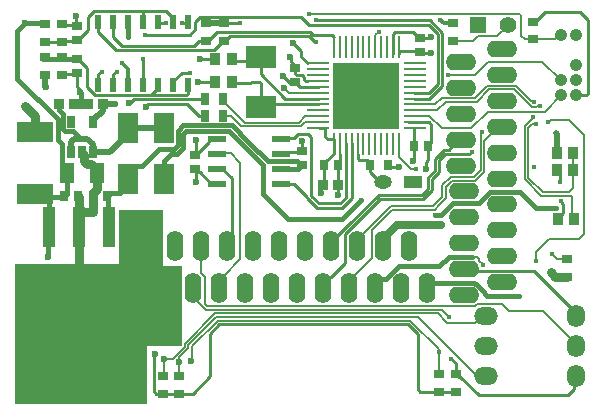
<source format=gbl>
G04*
G04 #@! TF.GenerationSoftware,Altium Limited,Altium Designer,21.1.1 (26)*
G04*
G04 Layer_Physical_Order=4*
G04 Layer_Color=16711680*
%FSLAX25Y25*%
%MOIN*%
G70*
G04*
G04 #@! TF.SameCoordinates,D6B6CD0C-24BE-41C4-A853-45D6888EAD6D*
G04*
G04*
G04 #@! TF.FilePolarity,Positive*
G04*
G01*
G75*
%ADD10C,0.00984*%
%ADD11C,0.01000*%
%ADD12C,0.00787*%
%ADD13C,0.00600*%
%ADD38C,0.01500*%
%ADD39C,0.00800*%
%ADD40C,0.03000*%
%ADD41C,0.01200*%
%ADD42C,0.00898*%
%ADD43C,0.02500*%
%ADD44C,0.02000*%
%ADD45R,0.05512X0.05512*%
%ADD46C,0.05512*%
%ADD47O,0.05512X0.10236*%
%ADD48O,0.10236X0.05512*%
%ADD49R,0.06000X0.04400*%
%ADD50O,0.06000X0.04400*%
%ADD51O,0.06000X0.07500*%
%ADD52O,0.07874X0.05906*%
%ADD53C,0.04134*%
%ADD54C,0.01772*%
%ADD55C,0.03937*%
%ADD56C,0.02362*%
%ADD57C,0.01968*%
%ADD71O,0.00984X0.07874*%
%ADD72O,0.07874X0.00984*%
%ADD73R,0.22047X0.22047*%
%ADD74R,0.03543X0.02559*%
%ADD75R,0.03543X0.04134*%
%ADD76R,0.03150X0.03937*%
%ADD77R,0.10236X0.07480*%
%ADD78R,0.03543X0.02953*%
%ADD79R,0.06102X0.02362*%
%ADD80R,0.02284X0.04646*%
%ADD81R,0.03740X0.04134*%
%ADD82R,0.02953X0.03543*%
%ADD83R,0.02559X0.03543*%
%ADD84R,0.03174X0.03379*%
%ADD85R,0.06890X0.10433*%
%ADD86R,0.12402X0.07008*%
%ADD87R,0.02598X0.03937*%
%ADD88R,0.42126X0.33858*%
%ADD89R,0.03937X0.13386*%
%ADD90R,0.04545X0.06717*%
%ADD91C,0.00819*%
%ADD92C,0.00700*%
%ADD93R,0.21700X0.26600*%
%ADD94R,0.14500X0.38300*%
%ADD95R,0.44100X0.46500*%
D10*
X335400Y224379D02*
Y242982D01*
X269341Y246065D02*
X332317D01*
X335400Y242982D01*
X251999Y222847D02*
X255999D01*
X342599Y223500D02*
X348024D01*
X336279D02*
X342599D01*
X255999Y222847D02*
X260399D01*
X266300Y243023D02*
X269341Y246065D01*
X266300Y228748D02*
Y243023D01*
X260399Y222847D02*
X266300Y228748D01*
X335400Y224379D02*
X336279Y223500D01*
X247400Y235450D02*
X247800Y235850D01*
Y236083D01*
X247400Y223726D02*
Y235450D01*
Y223726D02*
X248279Y222847D01*
X250599D01*
D11*
X265919Y306986D02*
Y307319D01*
X266600Y308000D02*
X268470D01*
X261395Y302462D02*
X265919Y306986D01*
Y307319D02*
X266600Y308000D01*
X261100Y302462D02*
X261395D01*
X296600Y335329D02*
Y337119D01*
Y335329D02*
X298772Y333157D01*
X295782Y337937D02*
X296600Y337119D01*
X295286Y329114D02*
X296845D01*
X294700Y329700D02*
X295286Y329114D01*
X294700Y329700D02*
Y331462D01*
X297372Y327838D02*
Y328587D01*
X296845Y329114D02*
X297372Y328587D01*
Y327838D02*
X297957Y327252D01*
X298772D01*
X300544Y342614D02*
X306918D01*
X307504Y341890D02*
Y342028D01*
X306918Y342614D02*
X307504Y342028D01*
X338781Y305419D02*
X339839Y306476D01*
X338069Y300304D02*
X338781Y301016D01*
Y305419D01*
X338069Y297835D02*
Y300304D01*
X377802Y350262D02*
X389486D01*
X374493Y346953D02*
X377802Y350262D01*
X389486D02*
X392100Y347648D01*
X374001Y346953D02*
X374493D01*
X374196Y263914D02*
X389168Y248942D01*
X309587Y286400D02*
X311452Y288265D01*
Y297684D01*
X302500Y286400D02*
X309587D01*
X310167Y285000D02*
X313500Y288333D01*
Y302200D01*
X301920Y285000D02*
X310167D01*
X334069Y300469D02*
Y305431D01*
X334138Y311496D02*
X334146Y311504D01*
X334000Y300400D02*
X334069Y300469D01*
Y305431D02*
X334138Y305500D01*
X338069Y297835D02*
X338069Y297835D01*
X334146Y311504D02*
X334177D01*
X349835Y264394D02*
X350314Y263914D01*
X374196D01*
X389168Y247885D02*
Y248942D01*
X313409Y302291D02*
Y306484D01*
Y302291D02*
X313500Y302200D01*
X299321Y345800D02*
X339295D01*
X296489Y348632D02*
X299321Y345800D01*
X301609Y347686D02*
X339389D01*
X339295Y345800D02*
X342300Y342795D01*
X339389Y347686D02*
X343700Y343375D01*
X327775Y343600D02*
X333767D01*
X334828Y342539D01*
Y342034D02*
Y342539D01*
X327189Y336110D02*
Y343014D01*
X327775Y343600D01*
X334828Y342034D02*
X335000Y341862D01*
X343700Y325700D02*
Y343375D01*
X339315Y323315D02*
X342300Y326300D01*
X339347Y321346D02*
X343700Y325700D01*
X342300Y326300D02*
Y342795D01*
X336219Y341681D02*
X339800D01*
X336319Y336619D02*
X339700D01*
X339919Y336400D01*
X339800Y341681D02*
X339919Y341800D01*
X392100Y328900D02*
Y347648D01*
Y328900D02*
X392200Y328800D01*
X388300Y322400D02*
X391614D01*
X392200Y322986D01*
Y328800D01*
X307504Y302933D02*
Y307756D01*
X304138Y293603D02*
Y299795D01*
X309000Y289100D02*
Y292365D01*
X308965Y292400D02*
X309000Y292365D01*
X308965Y293500D02*
Y299500D01*
X308862D02*
X309472Y300110D01*
Y302772D01*
X315964Y300772D02*
X318468D01*
X319247Y299993D02*
X319547D01*
X318468Y300772D02*
X319247Y299993D01*
X315378Y301358D02*
Y302772D01*
X319547Y296953D02*
Y299993D01*
X315378Y301358D02*
X315964Y300772D01*
X325553Y299101D02*
X326025Y298628D01*
X329228D01*
X339128Y313472D02*
X339966Y312634D01*
Y307358D02*
Y312634D01*
X332110Y313472D02*
X339128D01*
X290500Y328800D02*
X292741Y326559D01*
X294826D02*
X296101Y325284D01*
X292741Y326559D02*
X294226D01*
X283300Y329400D02*
Y335365D01*
X291354Y321346D02*
X302484D01*
X283300Y329400D02*
X291354Y321346D01*
X293058Y333519D02*
X295055Y331522D01*
X339839Y307230D02*
X339966Y307358D01*
X339839Y306476D02*
Y307230D01*
X319547Y296953D02*
X323000Y293500D01*
X324000D01*
X348099Y229769D02*
Y233201D01*
X348539Y229506D02*
Y229769D01*
Y229506D02*
X349371Y228673D01*
X349635D02*
X355708Y222600D01*
X385657D01*
X348099Y229453D02*
Y229769D01*
X349371Y228673D02*
X349635D01*
X383274Y286905D02*
Y287114D01*
Y286905D02*
X384000Y286179D01*
Y283253D02*
Y286179D01*
X382000Y297400D02*
X382866Y296534D01*
Y293686D02*
Y296534D01*
X382142Y281395D02*
X384000Y283253D01*
X382142Y281100D02*
Y281395D01*
X385657Y222600D02*
X387652Y224595D01*
Y226177D02*
X388117Y226641D01*
X387652Y224595D02*
Y226177D01*
X346600Y234700D02*
X348099Y233201D01*
X262856Y348632D02*
X296489D01*
X261218Y346994D02*
X262856Y348632D01*
X261218Y344453D02*
Y346994D01*
X259432Y342667D02*
X261218Y344453D01*
X244524Y342667D02*
X259432D01*
X257000Y346686D02*
X258713D01*
X259000Y346972D01*
X249287Y346686D02*
X251472D01*
X249000Y346972D02*
X249287Y346686D01*
X271027Y346426D02*
X276274D01*
X276300Y346400D01*
X244900Y318500D02*
X245161Y318761D01*
Y319575D02*
X245286Y319700D01*
X245161Y318761D02*
Y319575D01*
X239569Y319900D02*
X240769Y321100D01*
X239200Y319900D02*
X239569D01*
X245286Y319700D02*
X258600D01*
X240769Y321100D02*
X264647D01*
X262700Y315600D02*
X264647D01*
X258600Y319700D02*
X262700Y315600D01*
X234000Y329423D02*
X234942Y330365D01*
X234000Y326028D02*
Y329423D01*
X234942Y330365D02*
X235100D01*
X221500Y345835D02*
Y349000D01*
Y345835D02*
X221796Y345539D01*
X229942Y330365D02*
X230100D01*
X229000Y329423D02*
X229942Y330365D01*
X229000Y326028D02*
Y329423D01*
X227790Y322500D02*
X246654D01*
X225143Y325148D02*
X227790Y322500D01*
X282714Y326900D02*
X283300Y326314D01*
X280114Y326900D02*
X282714D01*
X279600Y326386D02*
X280114Y326900D01*
X283300Y318435D02*
Y326314D01*
X274168Y326386D02*
X279600D01*
X273654Y326900D02*
X274168Y326386D01*
X283300Y318435D02*
X284243Y319378D01*
X302484D01*
X297000Y303962D02*
Y307319D01*
X296469Y303431D02*
X297000Y303962D01*
X298914Y309500D02*
X300000Y308414D01*
X295426Y309500D02*
X298914D01*
X294081Y308155D02*
X295426Y309500D01*
X304535Y311504D02*
X304543Y311496D01*
X305437Y307764D02*
X307496D01*
X307504Y307756D01*
X304543Y308658D02*
X305437Y307764D01*
X304543Y308658D02*
Y311496D01*
X302484Y311504D02*
X304535D01*
X289730Y308000D02*
X289885Y308155D01*
X294081D01*
X300000Y288900D02*
Y308414D01*
X290161Y303431D02*
X296469D01*
X289730Y303000D02*
X290161Y303431D01*
X294181Y293000D02*
X298600Y288581D01*
X289730Y293000D02*
X294181D01*
X268470Y298000D02*
X270340D01*
X273517Y294823D01*
Y273643D02*
Y294823D01*
X261100Y302462D02*
X261500Y302862D01*
Y307500D01*
X261600Y297238D02*
X262076Y296761D01*
X261100Y297738D02*
X261600Y297238D01*
Y293500D02*
Y297238D01*
X262839Y296761D02*
X266600Y293000D01*
X268470D01*
X262076Y296761D02*
X262839D01*
X273600Y333900D02*
X281835D01*
X283300Y335365D01*
X256728Y329937D02*
X259602D01*
X254000Y327209D02*
X256728Y329937D01*
X259602D02*
X259614Y329925D01*
X229000Y343500D02*
X234900Y337600D01*
X260980Y339000D02*
X262527Y340547D01*
X234000Y342000D02*
X237000Y339000D01*
X267561Y337600D02*
X270509Y340547D01*
X234900Y337600D02*
X267561D01*
X237000Y339000D02*
X260980D01*
X262527Y340547D02*
X265001D01*
X299079Y342100D02*
X301131Y340047D01*
X301500D01*
X293058Y333519D02*
Y335142D01*
X293000Y335200D02*
X293058Y335142D01*
X296101Y325284D02*
X302484D01*
X334138Y305500D02*
Y311496D01*
X303092Y291457D02*
X304138Y292503D01*
X303092Y289931D02*
Y291457D01*
X298600Y288320D02*
X301920Y285000D01*
X298600Y288320D02*
Y288581D01*
X300000Y288900D02*
X302500Y286400D01*
X336100Y341562D02*
X336219Y341681D01*
X336100Y336838D02*
X336319Y336619D01*
X329157Y337130D02*
X329165Y337138D01*
X329157Y336110D02*
Y337130D01*
X329165Y337138D02*
X335000D01*
X311441Y297695D02*
Y306484D01*
Y297695D02*
X311452Y297684D01*
X305343Y300772D02*
X307504Y302933D01*
X305114Y300772D02*
X305343D01*
X304138Y299795D02*
X305114Y300772D01*
X295782Y337937D02*
X295782D01*
X293800Y339919D02*
X295782Y337937D01*
X270509Y340547D02*
X271493D01*
X299658Y343500D02*
X300544Y342614D01*
X272858Y342100D02*
X299079D01*
X272272Y341514D02*
X272858Y342100D01*
X272272Y341327D02*
Y341514D01*
X268445Y343500D02*
X299658D01*
X271493Y340547D02*
X272272Y341327D01*
X265445Y340500D02*
X268445Y343500D01*
X254000Y326028D02*
Y327209D01*
X267846Y334400D02*
X267946Y334500D01*
X263000Y334400D02*
X267846D01*
Y327000D02*
X267946Y326900D01*
X262300Y327000D02*
X267846D01*
X225143Y325148D02*
Y331550D01*
X222180Y334513D02*
X225143Y331550D01*
X221784Y325216D02*
Y329788D01*
Y325216D02*
X223158Y323842D01*
X246654Y322500D02*
X258414D01*
X259000Y323086D02*
Y326028D01*
X246654Y322500D02*
X249000Y324847D01*
X258414Y322500D02*
X259000Y323086D01*
X221476Y345859D02*
X221500Y345835D01*
X244000Y326028D02*
Y334531D01*
X234000Y342000D02*
Y346972D01*
X229000Y343500D02*
Y346972D01*
X334177Y323315D02*
X339315D01*
X334177Y321346D02*
X339347D01*
X249000Y324847D02*
Y326028D01*
X222079Y334613D02*
X222180Y334513D01*
X221784Y334613D02*
X222079D01*
X243414Y350500D02*
X251654D01*
X227586D02*
X243414D01*
X254000Y346972D02*
Y348153D01*
X251654Y350500D02*
X254000Y348153D01*
X221796Y340518D02*
X222091D01*
X244000Y346972D02*
Y349914D01*
X243414Y350500D02*
X244000Y349914D01*
X225500Y348414D02*
X227586Y350500D01*
X225500Y344273D02*
Y348414D01*
X221796Y340864D02*
X222091D01*
X225500Y344273D01*
X211290Y340222D02*
X211316Y340248D01*
X254000Y345791D02*
Y346972D01*
X217182Y329593D02*
X221489D01*
X221784Y329889D01*
X216887Y329298D02*
X217182Y329593D01*
X222052Y320689D02*
X223123D01*
X220965Y319603D02*
X222052Y320689D01*
X220965Y319500D02*
Y319603D01*
X216886Y346179D02*
X217206Y345859D01*
X221476D01*
X211316Y340248D02*
X216616D01*
X216912Y340544D02*
X221526D01*
X221796Y340814D01*
X216616Y340248D02*
X216912Y340544D01*
X222091Y340518D02*
X222387Y340222D01*
D12*
X355100Y268700D02*
X355898Y267902D01*
Y267368D02*
Y267902D01*
Y267368D02*
X357200Y266066D01*
Y265800D02*
Y266066D01*
X342411Y237089D02*
X342599Y236901D01*
X332850Y247350D02*
X342411Y237789D01*
X268809Y247350D02*
X332850D01*
X342411Y237089D02*
Y237789D01*
X342599Y229453D02*
Y236901D01*
X260261Y234151D02*
Y238802D01*
X268809Y247350D01*
X268317Y248538D02*
X335521D01*
X258981Y239202D02*
X268317Y248538D01*
X258981Y238079D02*
Y239202D01*
X256037Y233580D02*
Y235136D01*
X258981Y238079D01*
X257794Y239694D02*
X267825Y249725D01*
X251036Y234500D02*
X253723D01*
X267825Y249725D02*
X342075D01*
X257794Y238571D02*
Y239694D01*
X253723Y234500D02*
X257794Y238571D01*
X335521Y248538D02*
X357405Y226653D01*
X342075Y249725D02*
X345300Y246500D01*
X343401Y250913D02*
X345828Y248485D01*
X260524Y255187D02*
X264798Y250913D01*
X343401D01*
X354522Y252100D02*
X355281Y252859D01*
X264500Y252924D02*
X265324Y252100D01*
X354522D01*
X264500Y252924D02*
Y261843D01*
X263280Y263064D02*
X264500Y261843D01*
X260524Y255187D02*
Y258287D01*
X355281Y252859D02*
X363441D01*
X345300Y246500D02*
X354562D01*
X357067Y249006D02*
X358234D01*
X354562Y246500D02*
X357067Y249006D01*
X255857Y233400D02*
X256037Y233580D01*
X255857Y228895D02*
Y233400D01*
X345828Y248485D02*
X345982D01*
X353500Y268700D02*
X355100D01*
X363441Y252859D02*
X365794Y250506D01*
X377194D01*
X388102Y239598D01*
X260000Y233891D02*
X260261Y234151D01*
X357405Y226653D02*
X359069D01*
X263280Y263064D02*
Y272067D01*
X255857Y228895D02*
X255999Y228753D01*
X250599D02*
X251036Y229190D01*
Y234500D01*
D13*
X321284Y336110D02*
X321318Y336145D01*
Y342632D02*
X322386Y343700D01*
X322600D01*
X321318Y336145D02*
Y342632D01*
X221850Y242750D02*
X223050D01*
X237800Y242800D02*
X246150Y251150D01*
Y252200D01*
X220700Y243900D02*
Y245200D01*
Y243900D02*
X221850Y242750D01*
X355491Y342144D02*
X361944D01*
X353895Y340547D02*
X355491Y342144D01*
X361944D02*
X365400Y345600D01*
X347299Y340547D02*
X353895D01*
X370000Y342300D02*
X371253Y341047D01*
X374001D01*
X243250Y265250D02*
X244350D01*
X244800Y265700D01*
Y279468D01*
X245524Y280192D01*
X381947Y267853D02*
X385299D01*
X380300Y269500D02*
X381947Y267853D01*
D38*
X272647Y310581D02*
X284000Y299229D01*
X258174Y310581D02*
X272647D01*
X284000Y289479D02*
Y299229D01*
X343200Y282400D02*
X347272Y286472D01*
X341364Y282400D02*
X343200D01*
X347272Y286472D02*
X355972D01*
X310147Y281300D02*
X316500Y287653D01*
X316500D01*
X292179Y281300D02*
X310147D01*
X355972Y286472D02*
X359700Y290200D01*
X358700Y255500D02*
X369200D01*
X357103Y257097D02*
Y257350D01*
X340053Y259863D02*
X354337D01*
X354562Y259638D01*
X354815D02*
X357103Y257350D01*
Y257097D02*
X358700Y255500D01*
X354562Y259638D02*
X354815D01*
X346000Y268700D02*
X353500D01*
X329041Y265400D02*
X342700D01*
X346000Y268700D01*
X359700Y290200D02*
X369600D01*
X374800Y285000D01*
X381686D01*
X202000Y328000D02*
Y343864D01*
Y328000D02*
X215411Y314589D01*
Y307621D02*
Y314589D01*
X321154Y259267D02*
X323007Y261121D01*
X324762D01*
X321154Y258287D02*
Y259267D01*
X324762Y261121D02*
X329041Y265400D01*
X220664Y310500D02*
X223164Y308000D01*
X217984Y310500D02*
X220664D01*
X217311Y311173D02*
Y316289D01*
X216035Y317565D02*
Y319500D01*
Y317565D02*
X217311Y316289D01*
Y311173D02*
X217984Y310500D01*
X216954Y298023D02*
Y306077D01*
X215411Y307621D02*
X216954Y306077D01*
X273434Y312481D02*
X279008Y306908D01*
X257295Y304985D02*
Y309703D01*
X255395Y305772D02*
Y310621D01*
X257255Y312481D01*
X273434D01*
X257295Y309703D02*
X258174Y310581D01*
X231862Y288795D02*
X233100Y290034D01*
X236305D01*
X255053Y302743D02*
X257295Y304985D01*
X295243Y300500D02*
X296605Y299138D01*
X279008Y306908D02*
X285416Y300500D01*
X295243D01*
X295467Y298000D02*
X296605Y299138D01*
X289730Y298000D02*
X295467D01*
X239000Y294500D02*
Y296227D01*
X241695Y298922D02*
X243422D01*
X249143Y304643D01*
X239000Y296227D02*
X241695Y298922D01*
X249143Y304643D02*
X254267D01*
X239000Y292728D02*
Y294500D01*
X231862Y288500D02*
Y288795D01*
X232181Y277819D02*
Y288181D01*
Y277819D02*
X232500Y277500D01*
X254267Y304643D02*
X255395Y305772D01*
X236305Y290034D02*
X239000Y292728D01*
X279008Y306908D02*
Y306908D01*
X231862Y288500D02*
X232181Y288181D01*
X216887Y334513D02*
X222180D01*
X284000Y289479D02*
X292179Y281300D01*
X250800Y300502D02*
X253041Y302743D01*
X250800Y294535D02*
Y300502D01*
X253041Y302743D02*
X255053D01*
X212265Y268665D02*
Y277565D01*
X212500Y277800D01*
X212100Y268500D02*
X212265Y268665D01*
X223123Y320689D02*
Y323342D01*
X210687Y334513D02*
X216887D01*
X210917Y346500D02*
X211290Y346127D01*
X239000Y342000D02*
Y346972D01*
X204636Y346500D02*
X210917D01*
X202000Y343864D02*
X204636Y346500D01*
X216954Y298023D02*
X218477Y296500D01*
Y289634D02*
Y296500D01*
X217638Y288500D02*
Y288795D01*
X218477Y289634D01*
X210451Y288500D02*
X217638D01*
X210451D02*
X212500Y286451D01*
X208705Y289000D02*
X210451D01*
X208000Y289705D02*
X208705Y289000D01*
X212500Y277500D02*
Y286451D01*
D39*
X304516Y313437D02*
X304551Y313472D01*
X276700Y312100D02*
X296672D01*
X298009Y313437D01*
X304516D01*
X341353Y319378D02*
X343442Y321468D01*
X334177Y319378D02*
X341353D01*
X344768Y320268D02*
X355068D01*
X341910Y317409D02*
X344768Y320268D01*
X334177Y317409D02*
X341910D01*
X368174Y325600D02*
X373269Y320506D01*
X367677Y324400D02*
X373543Y318534D01*
X355068Y320268D02*
X359200Y324400D01*
X367677D01*
X358703Y325600D02*
X368174D01*
X354571Y321468D02*
X358703Y325600D01*
X373269Y320506D02*
X374097D01*
X374283Y320320D01*
X375023Y318534D02*
X375265Y318776D01*
X375976D01*
X373543Y318534D02*
X375023D01*
X375976Y318776D02*
X376162Y318962D01*
X373692Y312983D02*
X374945D01*
X374994Y313032D01*
X372282Y311574D02*
X373692Y312983D01*
X374036Y315024D02*
Y315268D01*
X371082Y312070D02*
X374036Y315024D01*
X371082Y294521D02*
Y312070D01*
X372282Y295018D02*
Y311574D01*
X386900Y281658D02*
Y288431D01*
X375000Y267200D02*
Y270200D01*
X379300Y274500D01*
X379000Y313500D02*
X379809Y314310D01*
X385800D01*
X390900Y309209D01*
Y276301D02*
Y309209D01*
X389099Y274500D02*
X390900Y276301D01*
X379300Y274500D02*
X389099D01*
X329157Y301942D02*
X333110Y297990D01*
X334884D01*
X299200Y349500D02*
X369531D01*
X370000Y349031D01*
X345586Y329100D02*
X354431D01*
X370000Y342300D02*
Y349031D01*
X374153Y341200D02*
X381198D01*
X374001Y341047D02*
X374153Y341200D01*
X382398Y342400D02*
X383300D01*
X381198Y341200D02*
X382398Y342400D01*
X387315Y297400D02*
Y303100D01*
X329157Y301942D02*
Y306484D01*
X290842Y324942D02*
X292470Y323315D01*
X302484D01*
X354431Y329100D02*
X359031Y333700D01*
X377000D02*
X383300Y327400D01*
X359031Y333700D02*
X377000D01*
X377200Y290100D02*
X385900D01*
X387315Y291515D01*
Y297400D01*
X386900Y281658D02*
X387457Y281100D01*
X376703Y288900D02*
X386431D01*
X386900Y288431D01*
X371082Y294521D02*
X376703Y288900D01*
X372282Y295018D02*
X377200Y290100D01*
X343442Y321468D02*
X354571D01*
X276300Y267764D02*
Y299900D01*
X270761Y262225D02*
X276300Y267764D01*
X270761Y259863D02*
Y262225D01*
X273100Y303100D02*
X276300Y299900D01*
X270553Y320706D02*
X277959Y313300D01*
X295803D01*
X297944Y315441D02*
X302484D01*
X295803Y313300D02*
X297944Y315441D01*
X273200Y315600D02*
X276700Y312100D01*
X270553Y320706D02*
Y321100D01*
Y315600D02*
X273200D01*
X268470Y303000D02*
X268570Y303100D01*
X273100D01*
D40*
X227100Y283700D02*
X227138Y283738D01*
X222700Y283700D02*
X227100D01*
X222500Y283500D02*
X222700Y283700D01*
X227138Y283738D02*
Y288500D01*
X227161Y288524D01*
Y289734D01*
X222386Y282339D02*
Y288476D01*
X379800Y263500D02*
X381353Y261947D01*
X385299D01*
X226596Y299513D02*
X228523Y297586D01*
X225154Y299513D02*
X226596D01*
X224041Y300626D02*
X225154Y299513D01*
X223500Y303114D02*
X224041Y302573D01*
X223500Y303114D02*
Y303382D01*
X228523Y296500D02*
Y297586D01*
X224041Y300626D02*
Y302573D01*
X208000Y310295D02*
Y315500D01*
X204500Y319000D02*
X208000Y315500D01*
X225448Y319689D02*
X225535Y319603D01*
X222776Y319689D02*
X225448D01*
X225535Y319500D02*
Y319603D01*
X222500Y261800D02*
Y268300D01*
X222386Y282339D02*
X222500Y282224D01*
X222362Y288500D02*
X222386Y288476D01*
X222500Y268300D02*
Y282524D01*
X228523Y291096D02*
Y296500D01*
X227161Y289734D02*
X228523Y291096D01*
X222500Y261800D02*
X223000Y261300D01*
D41*
X344147Y346453D02*
X347299D01*
X343000Y347600D02*
X344147Y346453D01*
X239000Y326028D02*
Y331300D01*
X237000Y333300D02*
X239000Y331300D01*
D42*
X340098Y290762D02*
Y294500D01*
X342500Y296902D02*
Y300800D01*
X340098Y294500D02*
X342500Y296902D01*
X338800Y291300D02*
Y295038D01*
X341202Y297440D01*
Y301338D01*
X306458Y262028D02*
X306458D01*
X311100Y266670D02*
Y276100D01*
X306458Y262028D02*
X311100Y266670D01*
X303831Y259401D02*
X306458Y262028D01*
X303831Y258287D02*
Y259401D01*
X306587Y273181D02*
Y273422D01*
Y272067D02*
Y273181D01*
X312363Y279198D02*
X322463Y289298D01*
X306587Y273422D02*
X312363Y279198D01*
X312363D01*
X322463Y289298D02*
X336798D01*
X337335Y288000D02*
X340098Y290762D01*
X336798Y289298D02*
X338800Y291300D01*
X353363Y303400D02*
X353600D01*
X352963Y303000D02*
X353363Y303400D01*
X346590Y305070D02*
Y305569D01*
X344163Y304298D02*
X345818D01*
X348721Y307701D02*
X349835D01*
X346590Y305569D02*
X348721Y307701D01*
X345818Y304298D02*
X346590Y305070D01*
X312900Y277900D02*
X323000Y288000D01*
X312900Y277900D02*
X312900D01*
X311100Y276100D02*
X312900Y277900D01*
X341202Y301338D02*
X344163Y304298D01*
X344700Y303000D02*
X352963D01*
X342500Y300800D02*
X344700Y303000D01*
X323000Y288000D02*
X337335D01*
D43*
X328523Y279223D02*
X343113D01*
X323910Y274610D02*
X328523Y279223D01*
X323910Y272067D02*
Y274610D01*
D44*
X381500Y310000D02*
X382000Y309500D01*
Y303100D02*
Y309500D01*
X271001Y346453D02*
X271027Y346426D01*
X265001Y346453D02*
X271001D01*
X211361Y325139D02*
X211431Y325069D01*
X211361Y325139D02*
Y329225D01*
X211288Y329298D02*
X211361Y329225D01*
X239000Y311429D02*
X248500D01*
X227539Y313917D02*
Y314587D01*
X228954Y316001D01*
X230465Y319500D02*
X234626D01*
X228954Y316001D02*
X229120D01*
X227240Y313618D02*
X227539Y313917D01*
X229120Y316001D02*
X230430Y317311D01*
Y319500D01*
X265000Y346453D02*
X265001Y346453D01*
X223164Y308000D02*
X225327D01*
X221000D02*
X223164D01*
X227240Y303382D02*
Y306087D01*
X232724Y303382D02*
X239000Y309658D01*
X227240Y303382D02*
X232724D01*
X239000Y309658D02*
Y311429D01*
X219760Y304051D02*
Y306760D01*
Y303382D02*
Y304051D01*
X225327Y308000D02*
X227240Y306087D01*
X219760Y306760D02*
X221000Y308000D01*
D45*
X355400Y345800D02*
D03*
D46*
X365400D02*
D03*
D47*
X303831Y258287D02*
D03*
X306587Y272067D02*
D03*
X332571D02*
D03*
X323910D02*
D03*
X315248D02*
D03*
X297926D02*
D03*
X289264D02*
D03*
X271941D02*
D03*
X263280D02*
D03*
X254619D02*
D03*
X280603D02*
D03*
X260524Y258287D02*
D03*
X269185D02*
D03*
X277847D02*
D03*
X286508D02*
D03*
X295170D02*
D03*
X312493D02*
D03*
X321154D02*
D03*
X329815D02*
D03*
X338477D02*
D03*
D48*
X363614Y303370D02*
D03*
X349835Y307701D02*
D03*
X363614Y260063D02*
D03*
Y268724D02*
D03*
Y277386D02*
D03*
Y286047D02*
D03*
Y294709D02*
D03*
Y312032D02*
D03*
Y320693D02*
D03*
Y329354D02*
D03*
Y338016D02*
D03*
X350835Y255732D02*
D03*
Y264394D02*
D03*
Y273055D02*
D03*
Y281716D02*
D03*
Y290378D02*
D03*
X349835Y299039D02*
D03*
Y316362D02*
D03*
Y325024D02*
D03*
Y333685D02*
D03*
D49*
X334000Y293500D02*
D03*
D50*
X324000D02*
D03*
D51*
X388366Y248994D02*
D03*
Y238994D02*
D03*
Y228994D02*
D03*
D52*
X358234Y249006D02*
D03*
Y239006D02*
D03*
Y229006D02*
D03*
D53*
X383300Y342400D02*
D03*
X388300D02*
D03*
Y332400D02*
D03*
X383300Y327400D02*
D03*
Y322400D02*
D03*
X388300Y327400D02*
D03*
Y322400D02*
D03*
D54*
X374994Y313032D02*
D03*
X374036Y315268D02*
D03*
X376162Y318962D02*
D03*
X374283Y320320D02*
D03*
X343000Y347600D02*
D03*
X357200Y265800D02*
D03*
X375000Y267200D02*
D03*
X379000Y313500D02*
D03*
X341364Y282400D02*
D03*
X345982Y248485D02*
D03*
X353600Y303400D02*
D03*
X343113Y279223D02*
D03*
X356709Y310137D02*
D03*
X316500Y287653D02*
D03*
X334884Y297990D02*
D03*
X374068Y298587D02*
D03*
X322600Y343700D02*
D03*
X345586Y329100D02*
D03*
X301609Y347686D02*
D03*
X381500Y310000D02*
D03*
X380300Y269500D02*
D03*
X383274Y287114D02*
D03*
X382866Y293686D02*
D03*
X381686Y285000D02*
D03*
X369200Y255500D02*
D03*
X342599Y236901D02*
D03*
X346600Y234700D02*
D03*
X237000Y333300D02*
D03*
X244524Y342667D02*
D03*
X257000Y346686D02*
D03*
X251472D02*
D03*
X276300Y346400D02*
D03*
X379800Y263500D02*
D03*
X235100Y330365D02*
D03*
X230100D02*
D03*
X259614Y329925D02*
D03*
X299200Y349500D02*
D03*
X301500Y340047D02*
D03*
X239000Y342000D02*
D03*
X244000Y334531D02*
D03*
D55*
X237800Y242800D02*
D03*
X220700Y245200D02*
D03*
X245524Y280192D02*
D03*
X210400Y249100D02*
D03*
X241800Y229800D02*
D03*
X223100Y234800D02*
D03*
X240500Y279000D02*
D03*
X241400Y270300D02*
D03*
X252200Y260200D02*
D03*
X252100Y247600D02*
D03*
X238100Y260600D02*
D03*
X232900Y249900D02*
D03*
X223700Y259000D02*
D03*
X214100Y245500D02*
D03*
D56*
X334000Y300400D02*
D03*
X338069Y297835D02*
D03*
X339919Y341800D02*
D03*
Y336400D02*
D03*
X309000Y289100D02*
D03*
X329228Y298628D02*
D03*
X290500Y328800D02*
D03*
X290842Y324942D02*
D03*
X227100Y283700D02*
D03*
X247800Y236083D02*
D03*
X260000Y233891D02*
D03*
X255857Y233400D02*
D03*
X251036Y234500D02*
D03*
X244900Y318500D02*
D03*
X239200Y319900D02*
D03*
X221500Y349000D02*
D03*
X211431Y325069D02*
D03*
X297000Y307319D02*
D03*
X261500Y307500D02*
D03*
X261600Y293500D02*
D03*
X293800Y339919D02*
D03*
X293000Y335200D02*
D03*
X303092Y289931D02*
D03*
X263000Y334400D02*
D03*
X262300Y327000D02*
D03*
X212100Y268500D02*
D03*
X234626Y319500D02*
D03*
X222965Y323500D02*
D03*
X204500Y319000D02*
D03*
X204636Y346500D02*
D03*
X222500Y268300D02*
D03*
D57*
X309669Y313669D02*
D03*
X314000D02*
D03*
X318331D02*
D03*
X322661D02*
D03*
X326992D02*
D03*
X309669Y318000D02*
D03*
X314000D02*
D03*
X318331D02*
D03*
X322661D02*
D03*
X326992D02*
D03*
X309669Y322331D02*
D03*
X314000D02*
D03*
X318331D02*
D03*
X322661D02*
D03*
X326992D02*
D03*
X309669Y326661D02*
D03*
X314000D02*
D03*
X318331D02*
D03*
X322661D02*
D03*
X326992D02*
D03*
X309669Y330992D02*
D03*
X314000D02*
D03*
X318331D02*
D03*
X322661D02*
D03*
X326992D02*
D03*
D71*
X307504Y338453D02*
D03*
X309472D02*
D03*
X311441D02*
D03*
X313409D02*
D03*
X315378D02*
D03*
X317347D02*
D03*
X319315D02*
D03*
X321284D02*
D03*
X323252D02*
D03*
X325220D02*
D03*
X327189D02*
D03*
X329157D02*
D03*
Y306209D02*
D03*
X327189D02*
D03*
X325220D02*
D03*
X323252D02*
D03*
X321284D02*
D03*
X319315D02*
D03*
X317347D02*
D03*
X315378D02*
D03*
X313409D02*
D03*
X311441D02*
D03*
X309472D02*
D03*
X307504D02*
D03*
D72*
X334453Y333157D02*
D03*
Y331189D02*
D03*
Y329221D02*
D03*
Y327252D02*
D03*
Y325284D02*
D03*
Y323315D02*
D03*
Y321346D02*
D03*
Y319378D02*
D03*
Y317409D02*
D03*
Y315441D02*
D03*
Y313472D02*
D03*
Y311504D02*
D03*
X302209D02*
D03*
Y313472D02*
D03*
Y315441D02*
D03*
Y317409D02*
D03*
Y319378D02*
D03*
Y321346D02*
D03*
Y323315D02*
D03*
Y325284D02*
D03*
Y327252D02*
D03*
Y329221D02*
D03*
Y331189D02*
D03*
Y333157D02*
D03*
D73*
X318331Y322331D02*
D03*
D74*
X374001Y341047D02*
D03*
Y346953D02*
D03*
X347299Y340547D02*
D03*
Y346453D02*
D03*
X385299Y261947D02*
D03*
Y267853D02*
D03*
X255999Y228753D02*
D03*
Y222847D02*
D03*
X271001Y340547D02*
D03*
Y346453D02*
D03*
X265001Y340547D02*
D03*
Y346453D02*
D03*
X342599Y223547D02*
D03*
Y229453D02*
D03*
X348099Y223547D02*
D03*
Y229453D02*
D03*
X250599Y228753D02*
D03*
Y222847D02*
D03*
X211290Y346179D02*
D03*
Y340274D02*
D03*
X211288Y329298D02*
D03*
Y335203D02*
D03*
X216887D02*
D03*
Y329298D02*
D03*
X216886Y340274D02*
D03*
Y346179D02*
D03*
D75*
X387315Y303100D02*
D03*
X382000D02*
D03*
X387315Y297400D02*
D03*
X382000D02*
D03*
X387457Y281100D02*
D03*
X382142D02*
D03*
D76*
X270553Y315600D02*
D03*
X264647D02*
D03*
Y321100D02*
D03*
X270553D02*
D03*
D77*
X283300Y335365D02*
D03*
Y318435D02*
D03*
D78*
X261100Y302462D02*
D03*
Y297738D02*
D03*
X336100Y336838D02*
D03*
Y341562D02*
D03*
X296900Y303862D02*
D03*
Y299138D02*
D03*
X221796Y345589D02*
D03*
Y340864D02*
D03*
X221784Y329889D02*
D03*
Y334613D02*
D03*
X294700Y331462D02*
D03*
Y326738D02*
D03*
D79*
X268470Y308000D02*
D03*
X289730Y303000D02*
D03*
X268470Y293000D02*
D03*
X289730Y308000D02*
D03*
Y298000D02*
D03*
Y293000D02*
D03*
X268470Y298000D02*
D03*
Y303000D02*
D03*
D80*
X229000Y346972D02*
D03*
X234000D02*
D03*
X239000D02*
D03*
X244000D02*
D03*
X249000D02*
D03*
X254000D02*
D03*
X259000D02*
D03*
Y326028D02*
D03*
X254000D02*
D03*
X249000D02*
D03*
X244000D02*
D03*
X239000D02*
D03*
X234000D02*
D03*
X229000D02*
D03*
D81*
X267946Y334500D02*
D03*
X273654D02*
D03*
X267946Y326900D02*
D03*
X273654D02*
D03*
D82*
X304138Y299200D02*
D03*
X308862D02*
D03*
X334138Y305500D02*
D03*
X338862D02*
D03*
X227138Y288900D02*
D03*
X231862D02*
D03*
X222362D02*
D03*
X217638D02*
D03*
D83*
X319647Y299101D02*
D03*
X325553D02*
D03*
D84*
X304035Y292400D02*
D03*
X308965D02*
D03*
X220965Y319500D02*
D03*
X216035D02*
D03*
X225535D02*
D03*
X230465D02*
D03*
D85*
X250800Y311465D02*
D03*
Y294535D02*
D03*
X239000Y311429D02*
D03*
Y294500D02*
D03*
D86*
X208000Y289705D02*
D03*
Y310295D02*
D03*
D87*
X227240Y313618D02*
D03*
X219760D02*
D03*
Y303382D02*
D03*
X223500D02*
D03*
X227240D02*
D03*
D88*
X222500Y236868D02*
D03*
D89*
Y278600D02*
D03*
X212500D02*
D03*
X232500D02*
D03*
D90*
X218477Y296500D02*
D03*
X228523D02*
D03*
D91*
X356377Y309181D02*
X356527Y309330D01*
Y309954D01*
X356377Y297476D02*
Y309181D01*
X356527Y309954D02*
X356709Y310137D01*
X343681Y292505D02*
X346429Y295253D01*
X342195Y287119D02*
X343681Y288605D01*
Y292505D01*
X344900Y288100D02*
Y292000D01*
X342700Y285900D02*
X344900Y288100D01*
Y292000D02*
X346934Y294034D01*
X320200Y268300D02*
Y277500D01*
X314054Y259878D02*
Y262154D01*
X320200Y268300D01*
X315248Y274271D02*
X318981Y278005D01*
X315248Y272067D02*
Y274271D01*
X318981Y278005D02*
X326495Y285519D01*
X318981Y278005D02*
Y278005D01*
X340595Y285519D02*
X342195Y287119D01*
X342195D01*
X326495Y285519D02*
X340595D01*
X327000Y284300D02*
X341100D01*
X342700Y285900D01*
X342700D01*
X346429Y295253D02*
X354154D01*
X346934Y294034D02*
X354659D01*
X320200Y277500D02*
X327000Y284300D01*
X354154Y295253D02*
X356377Y297476D01*
X359889Y309398D02*
X361538Y311047D01*
X357596Y307106D02*
X359889Y309398D01*
X357596Y296971D02*
Y307106D01*
X359889Y309398D02*
Y309398D01*
X361538Y311047D02*
X363614D01*
X354659Y294034D02*
X357596Y296971D01*
D92*
X358804Y317004D02*
X377904D01*
X353200Y311400D02*
X358804Y317004D01*
X377904D02*
X383300Y322400D01*
X339359Y315441D02*
X343400Y311400D01*
X353200D01*
X334177Y315441D02*
X339359D01*
D93*
X246150Y252200D02*
D03*
D94*
X243250Y265250D02*
D03*
D95*
X223050Y242750D02*
D03*
M02*

</source>
